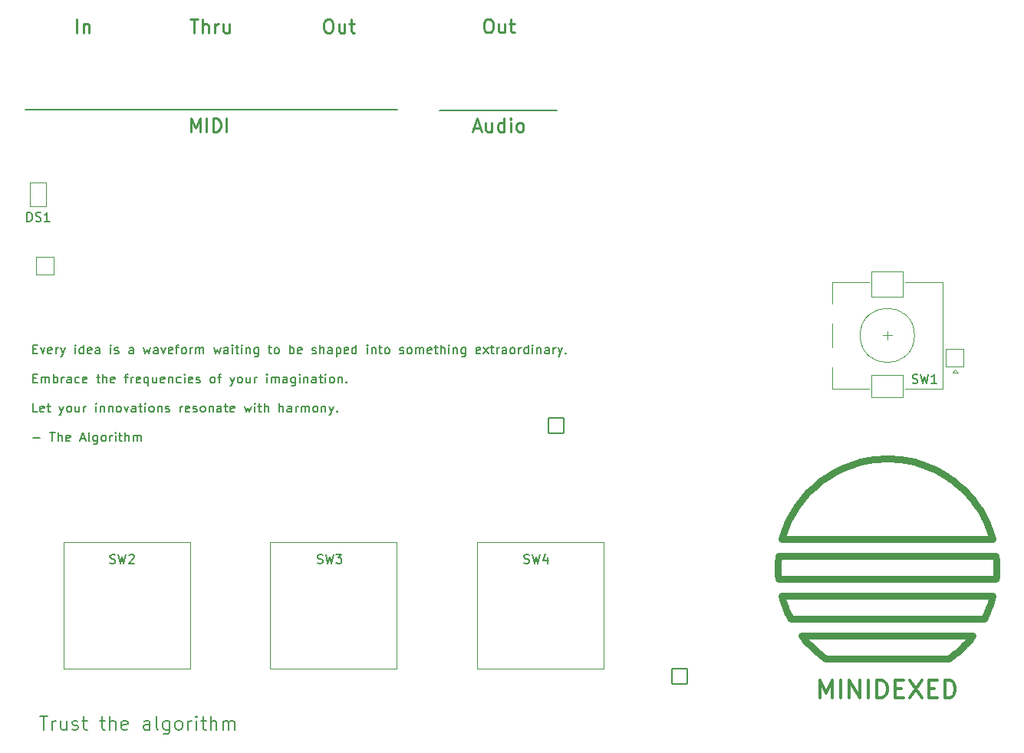
<source format=gto>
G04 #@! TF.GenerationSoftware,KiCad,Pcbnew,6.0.11*
G04 #@! TF.CreationDate,2024-07-27T16:02:47-05:00*
G04 #@! TF.ProjectId,minidexed,6d696e69-6465-4786-9564-2e6b69636164,rev?*
G04 #@! TF.SameCoordinates,Original*
G04 #@! TF.FileFunction,Legend,Top*
G04 #@! TF.FilePolarity,Positive*
%FSLAX46Y46*%
G04 Gerber Fmt 4.6, Leading zero omitted, Abs format (unit mm)*
G04 Created by KiCad (PCBNEW 6.0.11) date 2024-07-27 16:02:47*
%MOMM*%
%LPD*%
G01*
G04 APERTURE LIST*
G04 Aperture macros list*
%AMRoundRect*
0 Rectangle with rounded corners*
0 $1 Rounding radius*
0 $2 $3 $4 $5 $6 $7 $8 $9 X,Y pos of 4 corners*
0 Add a 4 corners polygon primitive as box body*
4,1,4,$2,$3,$4,$5,$6,$7,$8,$9,$2,$3,0*
0 Add four circle primitives for the rounded corners*
1,1,$1+$1,$2,$3*
1,1,$1+$1,$4,$5*
1,1,$1+$1,$6,$7*
1,1,$1+$1,$8,$9*
0 Add four rect primitives between the rounded corners*
20,1,$1+$1,$2,$3,$4,$5,0*
20,1,$1+$1,$4,$5,$6,$7,0*
20,1,$1+$1,$6,$7,$8,$9,0*
20,1,$1+$1,$8,$9,$2,$3,0*%
G04 Aperture macros list end*
%ADD10C,0.150000*%
%ADD11C,0.749998*%
%ADD12C,0.250000*%
%ADD13C,0.200000*%
%ADD14C,0.300000*%
%ADD15C,0.120000*%
%ADD16C,2.800000*%
%ADD17C,1.800000*%
%ADD18C,4.100000*%
%ADD19C,2.300000*%
%ADD20C,3.100000*%
%ADD21RoundRect,0.050000X-0.900000X-1.300000X0.900000X-1.300000X0.900000X1.300000X-0.900000X1.300000X0*%
%ADD22O,1.900000X2.700000*%
%ADD23RoundRect,0.050000X1.000000X1.000000X-1.000000X1.000000X-1.000000X-1.000000X1.000000X-1.000000X0*%
%ADD24C,2.100000*%
%ADD25RoundRect,0.050000X1.750000X1.250000X-1.750000X1.250000X-1.750000X-1.250000X1.750000X-1.250000X0*%
%ADD26RoundRect,0.050000X1.750000X1.400000X-1.750000X1.400000X-1.750000X-1.400000X1.750000X-1.400000X0*%
%ADD27RoundRect,0.050000X0.850000X0.850000X-0.850000X0.850000X-0.850000X-0.850000X0.850000X-0.850000X0*%
%ADD28O,1.800000X1.800000*%
%ADD29RoundRect,0.050000X-0.850000X0.850000X-0.850000X-0.850000X0.850000X-0.850000X0.850000X0.850000X0*%
G04 APERTURE END LIST*
D10*
X102575595Y-95878571D02*
X102908928Y-95878571D01*
X103051785Y-96402380D02*
X102575595Y-96402380D01*
X102575595Y-95402380D01*
X103051785Y-95402380D01*
X103385119Y-95735714D02*
X103623214Y-96402380D01*
X103861309Y-95735714D01*
X104623214Y-96354761D02*
X104527976Y-96402380D01*
X104337500Y-96402380D01*
X104242261Y-96354761D01*
X104194642Y-96259523D01*
X104194642Y-95878571D01*
X104242261Y-95783333D01*
X104337500Y-95735714D01*
X104527976Y-95735714D01*
X104623214Y-95783333D01*
X104670833Y-95878571D01*
X104670833Y-95973809D01*
X104194642Y-96069047D01*
X105099404Y-96402380D02*
X105099404Y-95735714D01*
X105099404Y-95926190D02*
X105147023Y-95830952D01*
X105194642Y-95783333D01*
X105289880Y-95735714D01*
X105385119Y-95735714D01*
X105623214Y-95735714D02*
X105861309Y-96402380D01*
X106099404Y-95735714D02*
X105861309Y-96402380D01*
X105766071Y-96640476D01*
X105718452Y-96688095D01*
X105623214Y-96735714D01*
X107242261Y-96402380D02*
X107242261Y-95735714D01*
X107242261Y-95402380D02*
X107194642Y-95450000D01*
X107242261Y-95497619D01*
X107289880Y-95450000D01*
X107242261Y-95402380D01*
X107242261Y-95497619D01*
X108147023Y-96402380D02*
X108147023Y-95402380D01*
X108147023Y-96354761D02*
X108051785Y-96402380D01*
X107861309Y-96402380D01*
X107766071Y-96354761D01*
X107718452Y-96307142D01*
X107670833Y-96211904D01*
X107670833Y-95926190D01*
X107718452Y-95830952D01*
X107766071Y-95783333D01*
X107861309Y-95735714D01*
X108051785Y-95735714D01*
X108147023Y-95783333D01*
X109004166Y-96354761D02*
X108908928Y-96402380D01*
X108718452Y-96402380D01*
X108623214Y-96354761D01*
X108575595Y-96259523D01*
X108575595Y-95878571D01*
X108623214Y-95783333D01*
X108718452Y-95735714D01*
X108908928Y-95735714D01*
X109004166Y-95783333D01*
X109051785Y-95878571D01*
X109051785Y-95973809D01*
X108575595Y-96069047D01*
X109908928Y-96402380D02*
X109908928Y-95878571D01*
X109861309Y-95783333D01*
X109766071Y-95735714D01*
X109575595Y-95735714D01*
X109480357Y-95783333D01*
X109908928Y-96354761D02*
X109813690Y-96402380D01*
X109575595Y-96402380D01*
X109480357Y-96354761D01*
X109432738Y-96259523D01*
X109432738Y-96164285D01*
X109480357Y-96069047D01*
X109575595Y-96021428D01*
X109813690Y-96021428D01*
X109908928Y-95973809D01*
X111147023Y-96402380D02*
X111147023Y-95735714D01*
X111147023Y-95402380D02*
X111099404Y-95450000D01*
X111147023Y-95497619D01*
X111194642Y-95450000D01*
X111147023Y-95402380D01*
X111147023Y-95497619D01*
X111575595Y-96354761D02*
X111670833Y-96402380D01*
X111861309Y-96402380D01*
X111956547Y-96354761D01*
X112004166Y-96259523D01*
X112004166Y-96211904D01*
X111956547Y-96116666D01*
X111861309Y-96069047D01*
X111718452Y-96069047D01*
X111623214Y-96021428D01*
X111575595Y-95926190D01*
X111575595Y-95878571D01*
X111623214Y-95783333D01*
X111718452Y-95735714D01*
X111861309Y-95735714D01*
X111956547Y-95783333D01*
X113623214Y-96402380D02*
X113623214Y-95878571D01*
X113575595Y-95783333D01*
X113480357Y-95735714D01*
X113289880Y-95735714D01*
X113194642Y-95783333D01*
X113623214Y-96354761D02*
X113527976Y-96402380D01*
X113289880Y-96402380D01*
X113194642Y-96354761D01*
X113147023Y-96259523D01*
X113147023Y-96164285D01*
X113194642Y-96069047D01*
X113289880Y-96021428D01*
X113527976Y-96021428D01*
X113623214Y-95973809D01*
X114766071Y-95735714D02*
X114956547Y-96402380D01*
X115147023Y-95926190D01*
X115337500Y-96402380D01*
X115527976Y-95735714D01*
X116337500Y-96402380D02*
X116337500Y-95878571D01*
X116289880Y-95783333D01*
X116194642Y-95735714D01*
X116004166Y-95735714D01*
X115908928Y-95783333D01*
X116337500Y-96354761D02*
X116242261Y-96402380D01*
X116004166Y-96402380D01*
X115908928Y-96354761D01*
X115861309Y-96259523D01*
X115861309Y-96164285D01*
X115908928Y-96069047D01*
X116004166Y-96021428D01*
X116242261Y-96021428D01*
X116337500Y-95973809D01*
X116718452Y-95735714D02*
X116956547Y-96402380D01*
X117194642Y-95735714D01*
X117956547Y-96354761D02*
X117861309Y-96402380D01*
X117670833Y-96402380D01*
X117575595Y-96354761D01*
X117527976Y-96259523D01*
X117527976Y-95878571D01*
X117575595Y-95783333D01*
X117670833Y-95735714D01*
X117861309Y-95735714D01*
X117956547Y-95783333D01*
X118004166Y-95878571D01*
X118004166Y-95973809D01*
X117527976Y-96069047D01*
X118289880Y-95735714D02*
X118670833Y-95735714D01*
X118432738Y-96402380D02*
X118432738Y-95545238D01*
X118480357Y-95450000D01*
X118575595Y-95402380D01*
X118670833Y-95402380D01*
X119147023Y-96402380D02*
X119051785Y-96354761D01*
X119004166Y-96307142D01*
X118956547Y-96211904D01*
X118956547Y-95926190D01*
X119004166Y-95830952D01*
X119051785Y-95783333D01*
X119147023Y-95735714D01*
X119289880Y-95735714D01*
X119385119Y-95783333D01*
X119432738Y-95830952D01*
X119480357Y-95926190D01*
X119480357Y-96211904D01*
X119432738Y-96307142D01*
X119385119Y-96354761D01*
X119289880Y-96402380D01*
X119147023Y-96402380D01*
X119908928Y-96402380D02*
X119908928Y-95735714D01*
X119908928Y-95926190D02*
X119956547Y-95830952D01*
X120004166Y-95783333D01*
X120099404Y-95735714D01*
X120194642Y-95735714D01*
X120527976Y-96402380D02*
X120527976Y-95735714D01*
X120527976Y-95830952D02*
X120575595Y-95783333D01*
X120670833Y-95735714D01*
X120813690Y-95735714D01*
X120908928Y-95783333D01*
X120956547Y-95878571D01*
X120956547Y-96402380D01*
X120956547Y-95878571D02*
X121004166Y-95783333D01*
X121099404Y-95735714D01*
X121242261Y-95735714D01*
X121337500Y-95783333D01*
X121385119Y-95878571D01*
X121385119Y-96402380D01*
X122527976Y-95735714D02*
X122718452Y-96402380D01*
X122908928Y-95926190D01*
X123099404Y-96402380D01*
X123289880Y-95735714D01*
X124099404Y-96402380D02*
X124099404Y-95878571D01*
X124051785Y-95783333D01*
X123956547Y-95735714D01*
X123766071Y-95735714D01*
X123670833Y-95783333D01*
X124099404Y-96354761D02*
X124004166Y-96402380D01*
X123766071Y-96402380D01*
X123670833Y-96354761D01*
X123623214Y-96259523D01*
X123623214Y-96164285D01*
X123670833Y-96069047D01*
X123766071Y-96021428D01*
X124004166Y-96021428D01*
X124099404Y-95973809D01*
X124575595Y-96402380D02*
X124575595Y-95735714D01*
X124575595Y-95402380D02*
X124527976Y-95450000D01*
X124575595Y-95497619D01*
X124623214Y-95450000D01*
X124575595Y-95402380D01*
X124575595Y-95497619D01*
X124908928Y-95735714D02*
X125289880Y-95735714D01*
X125051785Y-95402380D02*
X125051785Y-96259523D01*
X125099404Y-96354761D01*
X125194642Y-96402380D01*
X125289880Y-96402380D01*
X125623214Y-96402380D02*
X125623214Y-95735714D01*
X125623214Y-95402380D02*
X125575595Y-95450000D01*
X125623214Y-95497619D01*
X125670833Y-95450000D01*
X125623214Y-95402380D01*
X125623214Y-95497619D01*
X126099404Y-95735714D02*
X126099404Y-96402380D01*
X126099404Y-95830952D02*
X126147023Y-95783333D01*
X126242261Y-95735714D01*
X126385119Y-95735714D01*
X126480357Y-95783333D01*
X126527976Y-95878571D01*
X126527976Y-96402380D01*
X127432738Y-95735714D02*
X127432738Y-96545238D01*
X127385119Y-96640476D01*
X127337500Y-96688095D01*
X127242261Y-96735714D01*
X127099404Y-96735714D01*
X127004166Y-96688095D01*
X127432738Y-96354761D02*
X127337500Y-96402380D01*
X127147023Y-96402380D01*
X127051785Y-96354761D01*
X127004166Y-96307142D01*
X126956547Y-96211904D01*
X126956547Y-95926190D01*
X127004166Y-95830952D01*
X127051785Y-95783333D01*
X127147023Y-95735714D01*
X127337500Y-95735714D01*
X127432738Y-95783333D01*
X128527976Y-95735714D02*
X128908928Y-95735714D01*
X128670833Y-95402380D02*
X128670833Y-96259523D01*
X128718452Y-96354761D01*
X128813690Y-96402380D01*
X128908928Y-96402380D01*
X129385119Y-96402380D02*
X129289880Y-96354761D01*
X129242261Y-96307142D01*
X129194642Y-96211904D01*
X129194642Y-95926190D01*
X129242261Y-95830952D01*
X129289880Y-95783333D01*
X129385119Y-95735714D01*
X129527976Y-95735714D01*
X129623214Y-95783333D01*
X129670833Y-95830952D01*
X129718452Y-95926190D01*
X129718452Y-96211904D01*
X129670833Y-96307142D01*
X129623214Y-96354761D01*
X129527976Y-96402380D01*
X129385119Y-96402380D01*
X130908928Y-96402380D02*
X130908928Y-95402380D01*
X130908928Y-95783333D02*
X131004166Y-95735714D01*
X131194642Y-95735714D01*
X131289880Y-95783333D01*
X131337499Y-95830952D01*
X131385119Y-95926190D01*
X131385119Y-96211904D01*
X131337499Y-96307142D01*
X131289880Y-96354761D01*
X131194642Y-96402380D01*
X131004166Y-96402380D01*
X130908928Y-96354761D01*
X132194642Y-96354761D02*
X132099404Y-96402380D01*
X131908928Y-96402380D01*
X131813690Y-96354761D01*
X131766071Y-96259523D01*
X131766071Y-95878571D01*
X131813690Y-95783333D01*
X131908928Y-95735714D01*
X132099404Y-95735714D01*
X132194642Y-95783333D01*
X132242261Y-95878571D01*
X132242261Y-95973809D01*
X131766071Y-96069047D01*
X133385119Y-96354761D02*
X133480357Y-96402380D01*
X133670833Y-96402380D01*
X133766071Y-96354761D01*
X133813690Y-96259523D01*
X133813690Y-96211904D01*
X133766071Y-96116666D01*
X133670833Y-96069047D01*
X133527976Y-96069047D01*
X133432738Y-96021428D01*
X133385119Y-95926190D01*
X133385119Y-95878571D01*
X133432738Y-95783333D01*
X133527976Y-95735714D01*
X133670833Y-95735714D01*
X133766071Y-95783333D01*
X134242261Y-96402380D02*
X134242261Y-95402380D01*
X134670833Y-96402380D02*
X134670833Y-95878571D01*
X134623214Y-95783333D01*
X134527976Y-95735714D01*
X134385119Y-95735714D01*
X134289880Y-95783333D01*
X134242261Y-95830952D01*
X135575595Y-96402380D02*
X135575595Y-95878571D01*
X135527976Y-95783333D01*
X135432738Y-95735714D01*
X135242261Y-95735714D01*
X135147023Y-95783333D01*
X135575595Y-96354761D02*
X135480357Y-96402380D01*
X135242261Y-96402380D01*
X135147023Y-96354761D01*
X135099404Y-96259523D01*
X135099404Y-96164285D01*
X135147023Y-96069047D01*
X135242261Y-96021428D01*
X135480357Y-96021428D01*
X135575595Y-95973809D01*
X136051785Y-95735714D02*
X136051785Y-96735714D01*
X136051785Y-95783333D02*
X136147023Y-95735714D01*
X136337500Y-95735714D01*
X136432738Y-95783333D01*
X136480357Y-95830952D01*
X136527976Y-95926190D01*
X136527976Y-96211904D01*
X136480357Y-96307142D01*
X136432738Y-96354761D01*
X136337500Y-96402380D01*
X136147023Y-96402380D01*
X136051785Y-96354761D01*
X137337500Y-96354761D02*
X137242261Y-96402380D01*
X137051785Y-96402380D01*
X136956547Y-96354761D01*
X136908928Y-96259523D01*
X136908928Y-95878571D01*
X136956547Y-95783333D01*
X137051785Y-95735714D01*
X137242261Y-95735714D01*
X137337500Y-95783333D01*
X137385119Y-95878571D01*
X137385119Y-95973809D01*
X136908928Y-96069047D01*
X138242261Y-96402380D02*
X138242261Y-95402380D01*
X138242261Y-96354761D02*
X138147023Y-96402380D01*
X137956547Y-96402380D01*
X137861309Y-96354761D01*
X137813690Y-96307142D01*
X137766071Y-96211904D01*
X137766071Y-95926190D01*
X137813690Y-95830952D01*
X137861309Y-95783333D01*
X137956547Y-95735714D01*
X138147023Y-95735714D01*
X138242261Y-95783333D01*
X139480357Y-96402380D02*
X139480357Y-95735714D01*
X139480357Y-95402380D02*
X139432738Y-95450000D01*
X139480357Y-95497619D01*
X139527976Y-95450000D01*
X139480357Y-95402380D01*
X139480357Y-95497619D01*
X139956547Y-95735714D02*
X139956547Y-96402380D01*
X139956547Y-95830952D02*
X140004166Y-95783333D01*
X140099404Y-95735714D01*
X140242261Y-95735714D01*
X140337500Y-95783333D01*
X140385119Y-95878571D01*
X140385119Y-96402380D01*
X140718452Y-95735714D02*
X141099404Y-95735714D01*
X140861309Y-95402380D02*
X140861309Y-96259523D01*
X140908928Y-96354761D01*
X141004166Y-96402380D01*
X141099404Y-96402380D01*
X141575595Y-96402380D02*
X141480357Y-96354761D01*
X141432738Y-96307142D01*
X141385119Y-96211904D01*
X141385119Y-95926190D01*
X141432738Y-95830952D01*
X141480357Y-95783333D01*
X141575595Y-95735714D01*
X141718452Y-95735714D01*
X141813690Y-95783333D01*
X141861309Y-95830952D01*
X141908928Y-95926190D01*
X141908928Y-96211904D01*
X141861309Y-96307142D01*
X141813690Y-96354761D01*
X141718452Y-96402380D01*
X141575595Y-96402380D01*
X143051785Y-96354761D02*
X143147023Y-96402380D01*
X143337500Y-96402380D01*
X143432738Y-96354761D01*
X143480357Y-96259523D01*
X143480357Y-96211904D01*
X143432738Y-96116666D01*
X143337500Y-96069047D01*
X143194642Y-96069047D01*
X143099404Y-96021428D01*
X143051785Y-95926190D01*
X143051785Y-95878571D01*
X143099404Y-95783333D01*
X143194642Y-95735714D01*
X143337500Y-95735714D01*
X143432738Y-95783333D01*
X144051785Y-96402380D02*
X143956547Y-96354761D01*
X143908928Y-96307142D01*
X143861309Y-96211904D01*
X143861309Y-95926190D01*
X143908928Y-95830952D01*
X143956547Y-95783333D01*
X144051785Y-95735714D01*
X144194642Y-95735714D01*
X144289880Y-95783333D01*
X144337499Y-95830952D01*
X144385119Y-95926190D01*
X144385119Y-96211904D01*
X144337499Y-96307142D01*
X144289880Y-96354761D01*
X144194642Y-96402380D01*
X144051785Y-96402380D01*
X144813690Y-96402380D02*
X144813690Y-95735714D01*
X144813690Y-95830952D02*
X144861309Y-95783333D01*
X144956547Y-95735714D01*
X145099404Y-95735714D01*
X145194642Y-95783333D01*
X145242261Y-95878571D01*
X145242261Y-96402380D01*
X145242261Y-95878571D02*
X145289880Y-95783333D01*
X145385119Y-95735714D01*
X145527976Y-95735714D01*
X145623214Y-95783333D01*
X145670833Y-95878571D01*
X145670833Y-96402380D01*
X146527976Y-96354761D02*
X146432738Y-96402380D01*
X146242261Y-96402380D01*
X146147023Y-96354761D01*
X146099404Y-96259523D01*
X146099404Y-95878571D01*
X146147023Y-95783333D01*
X146242261Y-95735714D01*
X146432738Y-95735714D01*
X146527976Y-95783333D01*
X146575595Y-95878571D01*
X146575595Y-95973809D01*
X146099404Y-96069047D01*
X146861309Y-95735714D02*
X147242261Y-95735714D01*
X147004166Y-95402380D02*
X147004166Y-96259523D01*
X147051785Y-96354761D01*
X147147023Y-96402380D01*
X147242261Y-96402380D01*
X147575595Y-96402380D02*
X147575595Y-95402380D01*
X148004166Y-96402380D02*
X148004166Y-95878571D01*
X147956547Y-95783333D01*
X147861309Y-95735714D01*
X147718452Y-95735714D01*
X147623214Y-95783333D01*
X147575595Y-95830952D01*
X148480357Y-96402380D02*
X148480357Y-95735714D01*
X148480357Y-95402380D02*
X148432738Y-95450000D01*
X148480357Y-95497619D01*
X148527976Y-95450000D01*
X148480357Y-95402380D01*
X148480357Y-95497619D01*
X148956547Y-95735714D02*
X148956547Y-96402380D01*
X148956547Y-95830952D02*
X149004166Y-95783333D01*
X149099404Y-95735714D01*
X149242261Y-95735714D01*
X149337500Y-95783333D01*
X149385119Y-95878571D01*
X149385119Y-96402380D01*
X150289880Y-95735714D02*
X150289880Y-96545238D01*
X150242261Y-96640476D01*
X150194642Y-96688095D01*
X150099404Y-96735714D01*
X149956547Y-96735714D01*
X149861309Y-96688095D01*
X150289880Y-96354761D02*
X150194642Y-96402380D01*
X150004166Y-96402380D01*
X149908928Y-96354761D01*
X149861309Y-96307142D01*
X149813690Y-96211904D01*
X149813690Y-95926190D01*
X149861309Y-95830952D01*
X149908928Y-95783333D01*
X150004166Y-95735714D01*
X150194642Y-95735714D01*
X150289880Y-95783333D01*
X151908928Y-96354761D02*
X151813690Y-96402380D01*
X151623214Y-96402380D01*
X151527976Y-96354761D01*
X151480357Y-96259523D01*
X151480357Y-95878571D01*
X151527976Y-95783333D01*
X151623214Y-95735714D01*
X151813690Y-95735714D01*
X151908928Y-95783333D01*
X151956547Y-95878571D01*
X151956547Y-95973809D01*
X151480357Y-96069047D01*
X152289880Y-96402380D02*
X152813690Y-95735714D01*
X152289880Y-95735714D02*
X152813690Y-96402380D01*
X153051785Y-95735714D02*
X153432738Y-95735714D01*
X153194642Y-95402380D02*
X153194642Y-96259523D01*
X153242261Y-96354761D01*
X153337499Y-96402380D01*
X153432738Y-96402380D01*
X153766071Y-96402380D02*
X153766071Y-95735714D01*
X153766071Y-95926190D02*
X153813690Y-95830952D01*
X153861309Y-95783333D01*
X153956547Y-95735714D01*
X154051785Y-95735714D01*
X154813690Y-96402380D02*
X154813690Y-95878571D01*
X154766071Y-95783333D01*
X154670833Y-95735714D01*
X154480357Y-95735714D01*
X154385119Y-95783333D01*
X154813690Y-96354761D02*
X154718452Y-96402380D01*
X154480357Y-96402380D01*
X154385119Y-96354761D01*
X154337500Y-96259523D01*
X154337500Y-96164285D01*
X154385119Y-96069047D01*
X154480357Y-96021428D01*
X154718452Y-96021428D01*
X154813690Y-95973809D01*
X155432738Y-96402380D02*
X155337499Y-96354761D01*
X155289880Y-96307142D01*
X155242261Y-96211904D01*
X155242261Y-95926190D01*
X155289880Y-95830952D01*
X155337499Y-95783333D01*
X155432738Y-95735714D01*
X155575595Y-95735714D01*
X155670833Y-95783333D01*
X155718452Y-95830952D01*
X155766071Y-95926190D01*
X155766071Y-96211904D01*
X155718452Y-96307142D01*
X155670833Y-96354761D01*
X155575595Y-96402380D01*
X155432738Y-96402380D01*
X156194642Y-96402380D02*
X156194642Y-95735714D01*
X156194642Y-95926190D02*
X156242261Y-95830952D01*
X156289880Y-95783333D01*
X156385119Y-95735714D01*
X156480357Y-95735714D01*
X157242261Y-96402380D02*
X157242261Y-95402380D01*
X157242261Y-96354761D02*
X157147023Y-96402380D01*
X156956547Y-96402380D01*
X156861309Y-96354761D01*
X156813690Y-96307142D01*
X156766071Y-96211904D01*
X156766071Y-95926190D01*
X156813690Y-95830952D01*
X156861309Y-95783333D01*
X156956547Y-95735714D01*
X157147023Y-95735714D01*
X157242261Y-95783333D01*
X157718452Y-96402380D02*
X157718452Y-95735714D01*
X157718452Y-95402380D02*
X157670833Y-95450000D01*
X157718452Y-95497619D01*
X157766071Y-95450000D01*
X157718452Y-95402380D01*
X157718452Y-95497619D01*
X158194642Y-95735714D02*
X158194642Y-96402380D01*
X158194642Y-95830952D02*
X158242261Y-95783333D01*
X158337499Y-95735714D01*
X158480357Y-95735714D01*
X158575595Y-95783333D01*
X158623214Y-95878571D01*
X158623214Y-96402380D01*
X159527976Y-96402380D02*
X159527976Y-95878571D01*
X159480357Y-95783333D01*
X159385119Y-95735714D01*
X159194642Y-95735714D01*
X159099404Y-95783333D01*
X159527976Y-96354761D02*
X159432738Y-96402380D01*
X159194642Y-96402380D01*
X159099404Y-96354761D01*
X159051785Y-96259523D01*
X159051785Y-96164285D01*
X159099404Y-96069047D01*
X159194642Y-96021428D01*
X159432738Y-96021428D01*
X159527976Y-95973809D01*
X160004166Y-96402380D02*
X160004166Y-95735714D01*
X160004166Y-95926190D02*
X160051785Y-95830952D01*
X160099404Y-95783333D01*
X160194642Y-95735714D01*
X160289880Y-95735714D01*
X160527976Y-95735714D02*
X160766071Y-96402380D01*
X161004166Y-95735714D02*
X160766071Y-96402380D01*
X160670833Y-96640476D01*
X160623214Y-96688095D01*
X160527976Y-96735714D01*
X161385119Y-96307142D02*
X161432738Y-96354761D01*
X161385119Y-96402380D01*
X161337499Y-96354761D01*
X161385119Y-96307142D01*
X161385119Y-96402380D01*
X102575595Y-99098571D02*
X102908928Y-99098571D01*
X103051785Y-99622380D02*
X102575595Y-99622380D01*
X102575595Y-98622380D01*
X103051785Y-98622380D01*
X103480357Y-99622380D02*
X103480357Y-98955714D01*
X103480357Y-99050952D02*
X103527976Y-99003333D01*
X103623214Y-98955714D01*
X103766071Y-98955714D01*
X103861309Y-99003333D01*
X103908928Y-99098571D01*
X103908928Y-99622380D01*
X103908928Y-99098571D02*
X103956547Y-99003333D01*
X104051785Y-98955714D01*
X104194642Y-98955714D01*
X104289880Y-99003333D01*
X104337500Y-99098571D01*
X104337500Y-99622380D01*
X104813690Y-99622380D02*
X104813690Y-98622380D01*
X104813690Y-99003333D02*
X104908928Y-98955714D01*
X105099404Y-98955714D01*
X105194642Y-99003333D01*
X105242261Y-99050952D01*
X105289880Y-99146190D01*
X105289880Y-99431904D01*
X105242261Y-99527142D01*
X105194642Y-99574761D01*
X105099404Y-99622380D01*
X104908928Y-99622380D01*
X104813690Y-99574761D01*
X105718452Y-99622380D02*
X105718452Y-98955714D01*
X105718452Y-99146190D02*
X105766071Y-99050952D01*
X105813690Y-99003333D01*
X105908928Y-98955714D01*
X106004166Y-98955714D01*
X106766071Y-99622380D02*
X106766071Y-99098571D01*
X106718452Y-99003333D01*
X106623214Y-98955714D01*
X106432738Y-98955714D01*
X106337500Y-99003333D01*
X106766071Y-99574761D02*
X106670833Y-99622380D01*
X106432738Y-99622380D01*
X106337500Y-99574761D01*
X106289880Y-99479523D01*
X106289880Y-99384285D01*
X106337500Y-99289047D01*
X106432738Y-99241428D01*
X106670833Y-99241428D01*
X106766071Y-99193809D01*
X107670833Y-99574761D02*
X107575595Y-99622380D01*
X107385119Y-99622380D01*
X107289880Y-99574761D01*
X107242261Y-99527142D01*
X107194642Y-99431904D01*
X107194642Y-99146190D01*
X107242261Y-99050952D01*
X107289880Y-99003333D01*
X107385119Y-98955714D01*
X107575595Y-98955714D01*
X107670833Y-99003333D01*
X108480357Y-99574761D02*
X108385119Y-99622380D01*
X108194642Y-99622380D01*
X108099404Y-99574761D01*
X108051785Y-99479523D01*
X108051785Y-99098571D01*
X108099404Y-99003333D01*
X108194642Y-98955714D01*
X108385119Y-98955714D01*
X108480357Y-99003333D01*
X108527976Y-99098571D01*
X108527976Y-99193809D01*
X108051785Y-99289047D01*
X109575595Y-98955714D02*
X109956547Y-98955714D01*
X109718452Y-98622380D02*
X109718452Y-99479523D01*
X109766071Y-99574761D01*
X109861309Y-99622380D01*
X109956547Y-99622380D01*
X110289880Y-99622380D02*
X110289880Y-98622380D01*
X110718452Y-99622380D02*
X110718452Y-99098571D01*
X110670833Y-99003333D01*
X110575595Y-98955714D01*
X110432738Y-98955714D01*
X110337500Y-99003333D01*
X110289880Y-99050952D01*
X111575595Y-99574761D02*
X111480357Y-99622380D01*
X111289880Y-99622380D01*
X111194642Y-99574761D01*
X111147023Y-99479523D01*
X111147023Y-99098571D01*
X111194642Y-99003333D01*
X111289880Y-98955714D01*
X111480357Y-98955714D01*
X111575595Y-99003333D01*
X111623214Y-99098571D01*
X111623214Y-99193809D01*
X111147023Y-99289047D01*
X112670833Y-98955714D02*
X113051785Y-98955714D01*
X112813690Y-99622380D02*
X112813690Y-98765238D01*
X112861309Y-98670000D01*
X112956547Y-98622380D01*
X113051785Y-98622380D01*
X113385119Y-99622380D02*
X113385119Y-98955714D01*
X113385119Y-99146190D02*
X113432738Y-99050952D01*
X113480357Y-99003333D01*
X113575595Y-98955714D01*
X113670833Y-98955714D01*
X114385119Y-99574761D02*
X114289880Y-99622380D01*
X114099404Y-99622380D01*
X114004166Y-99574761D01*
X113956547Y-99479523D01*
X113956547Y-99098571D01*
X114004166Y-99003333D01*
X114099404Y-98955714D01*
X114289880Y-98955714D01*
X114385119Y-99003333D01*
X114432738Y-99098571D01*
X114432738Y-99193809D01*
X113956547Y-99289047D01*
X115289880Y-98955714D02*
X115289880Y-99955714D01*
X115289880Y-99574761D02*
X115194642Y-99622380D01*
X115004166Y-99622380D01*
X114908928Y-99574761D01*
X114861309Y-99527142D01*
X114813690Y-99431904D01*
X114813690Y-99146190D01*
X114861309Y-99050952D01*
X114908928Y-99003333D01*
X115004166Y-98955714D01*
X115194642Y-98955714D01*
X115289880Y-99003333D01*
X116194642Y-98955714D02*
X116194642Y-99622380D01*
X115766071Y-98955714D02*
X115766071Y-99479523D01*
X115813690Y-99574761D01*
X115908928Y-99622380D01*
X116051785Y-99622380D01*
X116147023Y-99574761D01*
X116194642Y-99527142D01*
X117051785Y-99574761D02*
X116956547Y-99622380D01*
X116766071Y-99622380D01*
X116670833Y-99574761D01*
X116623214Y-99479523D01*
X116623214Y-99098571D01*
X116670833Y-99003333D01*
X116766071Y-98955714D01*
X116956547Y-98955714D01*
X117051785Y-99003333D01*
X117099404Y-99098571D01*
X117099404Y-99193809D01*
X116623214Y-99289047D01*
X117527976Y-98955714D02*
X117527976Y-99622380D01*
X117527976Y-99050952D02*
X117575595Y-99003333D01*
X117670833Y-98955714D01*
X117813690Y-98955714D01*
X117908928Y-99003333D01*
X117956547Y-99098571D01*
X117956547Y-99622380D01*
X118861309Y-99574761D02*
X118766071Y-99622380D01*
X118575595Y-99622380D01*
X118480357Y-99574761D01*
X118432738Y-99527142D01*
X118385119Y-99431904D01*
X118385119Y-99146190D01*
X118432738Y-99050952D01*
X118480357Y-99003333D01*
X118575595Y-98955714D01*
X118766071Y-98955714D01*
X118861309Y-99003333D01*
X119289880Y-99622380D02*
X119289880Y-98955714D01*
X119289880Y-98622380D02*
X119242261Y-98670000D01*
X119289880Y-98717619D01*
X119337500Y-98670000D01*
X119289880Y-98622380D01*
X119289880Y-98717619D01*
X120147023Y-99574761D02*
X120051785Y-99622380D01*
X119861309Y-99622380D01*
X119766071Y-99574761D01*
X119718452Y-99479523D01*
X119718452Y-99098571D01*
X119766071Y-99003333D01*
X119861309Y-98955714D01*
X120051785Y-98955714D01*
X120147023Y-99003333D01*
X120194642Y-99098571D01*
X120194642Y-99193809D01*
X119718452Y-99289047D01*
X120575595Y-99574761D02*
X120670833Y-99622380D01*
X120861309Y-99622380D01*
X120956547Y-99574761D01*
X121004166Y-99479523D01*
X121004166Y-99431904D01*
X120956547Y-99336666D01*
X120861309Y-99289047D01*
X120718452Y-99289047D01*
X120623214Y-99241428D01*
X120575595Y-99146190D01*
X120575595Y-99098571D01*
X120623214Y-99003333D01*
X120718452Y-98955714D01*
X120861309Y-98955714D01*
X120956547Y-99003333D01*
X122337500Y-99622380D02*
X122242261Y-99574761D01*
X122194642Y-99527142D01*
X122147023Y-99431904D01*
X122147023Y-99146190D01*
X122194642Y-99050952D01*
X122242261Y-99003333D01*
X122337500Y-98955714D01*
X122480357Y-98955714D01*
X122575595Y-99003333D01*
X122623214Y-99050952D01*
X122670833Y-99146190D01*
X122670833Y-99431904D01*
X122623214Y-99527142D01*
X122575595Y-99574761D01*
X122480357Y-99622380D01*
X122337500Y-99622380D01*
X122956547Y-98955714D02*
X123337500Y-98955714D01*
X123099404Y-99622380D02*
X123099404Y-98765238D01*
X123147023Y-98670000D01*
X123242261Y-98622380D01*
X123337500Y-98622380D01*
X124337500Y-98955714D02*
X124575595Y-99622380D01*
X124813690Y-98955714D02*
X124575595Y-99622380D01*
X124480357Y-99860476D01*
X124432738Y-99908095D01*
X124337500Y-99955714D01*
X125337500Y-99622380D02*
X125242261Y-99574761D01*
X125194642Y-99527142D01*
X125147023Y-99431904D01*
X125147023Y-99146190D01*
X125194642Y-99050952D01*
X125242261Y-99003333D01*
X125337500Y-98955714D01*
X125480357Y-98955714D01*
X125575595Y-99003333D01*
X125623214Y-99050952D01*
X125670833Y-99146190D01*
X125670833Y-99431904D01*
X125623214Y-99527142D01*
X125575595Y-99574761D01*
X125480357Y-99622380D01*
X125337500Y-99622380D01*
X126527976Y-98955714D02*
X126527976Y-99622380D01*
X126099404Y-98955714D02*
X126099404Y-99479523D01*
X126147023Y-99574761D01*
X126242261Y-99622380D01*
X126385119Y-99622380D01*
X126480357Y-99574761D01*
X126527976Y-99527142D01*
X127004166Y-99622380D02*
X127004166Y-98955714D01*
X127004166Y-99146190D02*
X127051785Y-99050952D01*
X127099404Y-99003333D01*
X127194642Y-98955714D01*
X127289880Y-98955714D01*
X128385119Y-99622380D02*
X128385119Y-98955714D01*
X128385119Y-98622380D02*
X128337499Y-98670000D01*
X128385119Y-98717619D01*
X128432738Y-98670000D01*
X128385119Y-98622380D01*
X128385119Y-98717619D01*
X128861309Y-99622380D02*
X128861309Y-98955714D01*
X128861309Y-99050952D02*
X128908928Y-99003333D01*
X129004166Y-98955714D01*
X129147023Y-98955714D01*
X129242261Y-99003333D01*
X129289880Y-99098571D01*
X129289880Y-99622380D01*
X129289880Y-99098571D02*
X129337499Y-99003333D01*
X129432738Y-98955714D01*
X129575595Y-98955714D01*
X129670833Y-99003333D01*
X129718452Y-99098571D01*
X129718452Y-99622380D01*
X130623214Y-99622380D02*
X130623214Y-99098571D01*
X130575595Y-99003333D01*
X130480357Y-98955714D01*
X130289880Y-98955714D01*
X130194642Y-99003333D01*
X130623214Y-99574761D02*
X130527976Y-99622380D01*
X130289880Y-99622380D01*
X130194642Y-99574761D01*
X130147023Y-99479523D01*
X130147023Y-99384285D01*
X130194642Y-99289047D01*
X130289880Y-99241428D01*
X130527976Y-99241428D01*
X130623214Y-99193809D01*
X131527976Y-98955714D02*
X131527976Y-99765238D01*
X131480357Y-99860476D01*
X131432738Y-99908095D01*
X131337499Y-99955714D01*
X131194642Y-99955714D01*
X131099404Y-99908095D01*
X131527976Y-99574761D02*
X131432738Y-99622380D01*
X131242261Y-99622380D01*
X131147023Y-99574761D01*
X131099404Y-99527142D01*
X131051785Y-99431904D01*
X131051785Y-99146190D01*
X131099404Y-99050952D01*
X131147023Y-99003333D01*
X131242261Y-98955714D01*
X131432738Y-98955714D01*
X131527976Y-99003333D01*
X132004166Y-99622380D02*
X132004166Y-98955714D01*
X132004166Y-98622380D02*
X131956547Y-98670000D01*
X132004166Y-98717619D01*
X132051785Y-98670000D01*
X132004166Y-98622380D01*
X132004166Y-98717619D01*
X132480357Y-98955714D02*
X132480357Y-99622380D01*
X132480357Y-99050952D02*
X132527976Y-99003333D01*
X132623214Y-98955714D01*
X132766071Y-98955714D01*
X132861309Y-99003333D01*
X132908928Y-99098571D01*
X132908928Y-99622380D01*
X133813690Y-99622380D02*
X133813690Y-99098571D01*
X133766071Y-99003333D01*
X133670833Y-98955714D01*
X133480357Y-98955714D01*
X133385119Y-99003333D01*
X133813690Y-99574761D02*
X133718452Y-99622380D01*
X133480357Y-99622380D01*
X133385119Y-99574761D01*
X133337499Y-99479523D01*
X133337499Y-99384285D01*
X133385119Y-99289047D01*
X133480357Y-99241428D01*
X133718452Y-99241428D01*
X133813690Y-99193809D01*
X134147023Y-98955714D02*
X134527976Y-98955714D01*
X134289880Y-98622380D02*
X134289880Y-99479523D01*
X134337500Y-99574761D01*
X134432738Y-99622380D01*
X134527976Y-99622380D01*
X134861309Y-99622380D02*
X134861309Y-98955714D01*
X134861309Y-98622380D02*
X134813690Y-98670000D01*
X134861309Y-98717619D01*
X134908928Y-98670000D01*
X134861309Y-98622380D01*
X134861309Y-98717619D01*
X135480357Y-99622380D02*
X135385119Y-99574761D01*
X135337500Y-99527142D01*
X135289880Y-99431904D01*
X135289880Y-99146190D01*
X135337500Y-99050952D01*
X135385119Y-99003333D01*
X135480357Y-98955714D01*
X135623214Y-98955714D01*
X135718452Y-99003333D01*
X135766071Y-99050952D01*
X135813690Y-99146190D01*
X135813690Y-99431904D01*
X135766071Y-99527142D01*
X135718452Y-99574761D01*
X135623214Y-99622380D01*
X135480357Y-99622380D01*
X136242261Y-98955714D02*
X136242261Y-99622380D01*
X136242261Y-99050952D02*
X136289880Y-99003333D01*
X136385119Y-98955714D01*
X136527976Y-98955714D01*
X136623214Y-99003333D01*
X136670833Y-99098571D01*
X136670833Y-99622380D01*
X137147023Y-99527142D02*
X137194642Y-99574761D01*
X137147023Y-99622380D01*
X137099404Y-99574761D01*
X137147023Y-99527142D01*
X137147023Y-99622380D01*
X103051785Y-102842380D02*
X102575595Y-102842380D01*
X102575595Y-101842380D01*
X103766071Y-102794761D02*
X103670833Y-102842380D01*
X103480357Y-102842380D01*
X103385119Y-102794761D01*
X103337500Y-102699523D01*
X103337500Y-102318571D01*
X103385119Y-102223333D01*
X103480357Y-102175714D01*
X103670833Y-102175714D01*
X103766071Y-102223333D01*
X103813690Y-102318571D01*
X103813690Y-102413809D01*
X103337500Y-102509047D01*
X104099404Y-102175714D02*
X104480357Y-102175714D01*
X104242261Y-101842380D02*
X104242261Y-102699523D01*
X104289880Y-102794761D01*
X104385119Y-102842380D01*
X104480357Y-102842380D01*
X105480357Y-102175714D02*
X105718452Y-102842380D01*
X105956547Y-102175714D02*
X105718452Y-102842380D01*
X105623214Y-103080476D01*
X105575595Y-103128095D01*
X105480357Y-103175714D01*
X106480357Y-102842380D02*
X106385119Y-102794761D01*
X106337500Y-102747142D01*
X106289880Y-102651904D01*
X106289880Y-102366190D01*
X106337500Y-102270952D01*
X106385119Y-102223333D01*
X106480357Y-102175714D01*
X106623214Y-102175714D01*
X106718452Y-102223333D01*
X106766071Y-102270952D01*
X106813690Y-102366190D01*
X106813690Y-102651904D01*
X106766071Y-102747142D01*
X106718452Y-102794761D01*
X106623214Y-102842380D01*
X106480357Y-102842380D01*
X107670833Y-102175714D02*
X107670833Y-102842380D01*
X107242261Y-102175714D02*
X107242261Y-102699523D01*
X107289880Y-102794761D01*
X107385119Y-102842380D01*
X107527976Y-102842380D01*
X107623214Y-102794761D01*
X107670833Y-102747142D01*
X108147023Y-102842380D02*
X108147023Y-102175714D01*
X108147023Y-102366190D02*
X108194642Y-102270952D01*
X108242261Y-102223333D01*
X108337500Y-102175714D01*
X108432738Y-102175714D01*
X109527976Y-102842380D02*
X109527976Y-102175714D01*
X109527976Y-101842380D02*
X109480357Y-101890000D01*
X109527976Y-101937619D01*
X109575595Y-101890000D01*
X109527976Y-101842380D01*
X109527976Y-101937619D01*
X110004166Y-102175714D02*
X110004166Y-102842380D01*
X110004166Y-102270952D02*
X110051785Y-102223333D01*
X110147023Y-102175714D01*
X110289880Y-102175714D01*
X110385119Y-102223333D01*
X110432738Y-102318571D01*
X110432738Y-102842380D01*
X110908928Y-102175714D02*
X110908928Y-102842380D01*
X110908928Y-102270952D02*
X110956547Y-102223333D01*
X111051785Y-102175714D01*
X111194642Y-102175714D01*
X111289880Y-102223333D01*
X111337500Y-102318571D01*
X111337500Y-102842380D01*
X111956547Y-102842380D02*
X111861309Y-102794761D01*
X111813690Y-102747142D01*
X111766071Y-102651904D01*
X111766071Y-102366190D01*
X111813690Y-102270952D01*
X111861309Y-102223333D01*
X111956547Y-102175714D01*
X112099404Y-102175714D01*
X112194642Y-102223333D01*
X112242261Y-102270952D01*
X112289880Y-102366190D01*
X112289880Y-102651904D01*
X112242261Y-102747142D01*
X112194642Y-102794761D01*
X112099404Y-102842380D01*
X111956547Y-102842380D01*
X112623214Y-102175714D02*
X112861309Y-102842380D01*
X113099404Y-102175714D01*
X113908928Y-102842380D02*
X113908928Y-102318571D01*
X113861309Y-102223333D01*
X113766071Y-102175714D01*
X113575595Y-102175714D01*
X113480357Y-102223333D01*
X113908928Y-102794761D02*
X113813690Y-102842380D01*
X113575595Y-102842380D01*
X113480357Y-102794761D01*
X113432738Y-102699523D01*
X113432738Y-102604285D01*
X113480357Y-102509047D01*
X113575595Y-102461428D01*
X113813690Y-102461428D01*
X113908928Y-102413809D01*
X114242261Y-102175714D02*
X114623214Y-102175714D01*
X114385119Y-101842380D02*
X114385119Y-102699523D01*
X114432738Y-102794761D01*
X114527976Y-102842380D01*
X114623214Y-102842380D01*
X114956547Y-102842380D02*
X114956547Y-102175714D01*
X114956547Y-101842380D02*
X114908928Y-101890000D01*
X114956547Y-101937619D01*
X115004166Y-101890000D01*
X114956547Y-101842380D01*
X114956547Y-101937619D01*
X115575595Y-102842380D02*
X115480357Y-102794761D01*
X115432738Y-102747142D01*
X115385119Y-102651904D01*
X115385119Y-102366190D01*
X115432738Y-102270952D01*
X115480357Y-102223333D01*
X115575595Y-102175714D01*
X115718452Y-102175714D01*
X115813690Y-102223333D01*
X115861309Y-102270952D01*
X115908928Y-102366190D01*
X115908928Y-102651904D01*
X115861309Y-102747142D01*
X115813690Y-102794761D01*
X115718452Y-102842380D01*
X115575595Y-102842380D01*
X116337500Y-102175714D02*
X116337500Y-102842380D01*
X116337500Y-102270952D02*
X116385119Y-102223333D01*
X116480357Y-102175714D01*
X116623214Y-102175714D01*
X116718452Y-102223333D01*
X116766071Y-102318571D01*
X116766071Y-102842380D01*
X117194642Y-102794761D02*
X117289880Y-102842380D01*
X117480357Y-102842380D01*
X117575595Y-102794761D01*
X117623214Y-102699523D01*
X117623214Y-102651904D01*
X117575595Y-102556666D01*
X117480357Y-102509047D01*
X117337500Y-102509047D01*
X117242261Y-102461428D01*
X117194642Y-102366190D01*
X117194642Y-102318571D01*
X117242261Y-102223333D01*
X117337500Y-102175714D01*
X117480357Y-102175714D01*
X117575595Y-102223333D01*
X118813690Y-102842380D02*
X118813690Y-102175714D01*
X118813690Y-102366190D02*
X118861309Y-102270952D01*
X118908928Y-102223333D01*
X119004166Y-102175714D01*
X119099404Y-102175714D01*
X119813690Y-102794761D02*
X119718452Y-102842380D01*
X119527976Y-102842380D01*
X119432738Y-102794761D01*
X119385119Y-102699523D01*
X119385119Y-102318571D01*
X119432738Y-102223333D01*
X119527976Y-102175714D01*
X119718452Y-102175714D01*
X119813690Y-102223333D01*
X119861309Y-102318571D01*
X119861309Y-102413809D01*
X119385119Y-102509047D01*
X120242261Y-102794761D02*
X120337500Y-102842380D01*
X120527976Y-102842380D01*
X120623214Y-102794761D01*
X120670833Y-102699523D01*
X120670833Y-102651904D01*
X120623214Y-102556666D01*
X120527976Y-102509047D01*
X120385119Y-102509047D01*
X120289880Y-102461428D01*
X120242261Y-102366190D01*
X120242261Y-102318571D01*
X120289880Y-102223333D01*
X120385119Y-102175714D01*
X120527976Y-102175714D01*
X120623214Y-102223333D01*
X121242261Y-102842380D02*
X121147023Y-102794761D01*
X121099404Y-102747142D01*
X121051785Y-102651904D01*
X121051785Y-102366190D01*
X121099404Y-102270952D01*
X121147023Y-102223333D01*
X121242261Y-102175714D01*
X121385119Y-102175714D01*
X121480357Y-102223333D01*
X121527976Y-102270952D01*
X121575595Y-102366190D01*
X121575595Y-102651904D01*
X121527976Y-102747142D01*
X121480357Y-102794761D01*
X121385119Y-102842380D01*
X121242261Y-102842380D01*
X122004166Y-102175714D02*
X122004166Y-102842380D01*
X122004166Y-102270952D02*
X122051785Y-102223333D01*
X122147023Y-102175714D01*
X122289880Y-102175714D01*
X122385119Y-102223333D01*
X122432738Y-102318571D01*
X122432738Y-102842380D01*
X123337500Y-102842380D02*
X123337500Y-102318571D01*
X123289880Y-102223333D01*
X123194642Y-102175714D01*
X123004166Y-102175714D01*
X122908928Y-102223333D01*
X123337500Y-102794761D02*
X123242261Y-102842380D01*
X123004166Y-102842380D01*
X122908928Y-102794761D01*
X122861309Y-102699523D01*
X122861309Y-102604285D01*
X122908928Y-102509047D01*
X123004166Y-102461428D01*
X123242261Y-102461428D01*
X123337500Y-102413809D01*
X123670833Y-102175714D02*
X124051785Y-102175714D01*
X123813690Y-101842380D02*
X123813690Y-102699523D01*
X123861309Y-102794761D01*
X123956547Y-102842380D01*
X124051785Y-102842380D01*
X124766071Y-102794761D02*
X124670833Y-102842380D01*
X124480357Y-102842380D01*
X124385119Y-102794761D01*
X124337500Y-102699523D01*
X124337500Y-102318571D01*
X124385119Y-102223333D01*
X124480357Y-102175714D01*
X124670833Y-102175714D01*
X124766071Y-102223333D01*
X124813690Y-102318571D01*
X124813690Y-102413809D01*
X124337500Y-102509047D01*
X125908928Y-102175714D02*
X126099404Y-102842380D01*
X126289880Y-102366190D01*
X126480357Y-102842380D01*
X126670833Y-102175714D01*
X127051785Y-102842380D02*
X127051785Y-102175714D01*
X127051785Y-101842380D02*
X127004166Y-101890000D01*
X127051785Y-101937619D01*
X127099404Y-101890000D01*
X127051785Y-101842380D01*
X127051785Y-101937619D01*
X127385119Y-102175714D02*
X127766071Y-102175714D01*
X127527976Y-101842380D02*
X127527976Y-102699523D01*
X127575595Y-102794761D01*
X127670833Y-102842380D01*
X127766071Y-102842380D01*
X128099404Y-102842380D02*
X128099404Y-101842380D01*
X128527976Y-102842380D02*
X128527976Y-102318571D01*
X128480357Y-102223333D01*
X128385119Y-102175714D01*
X128242261Y-102175714D01*
X128147023Y-102223333D01*
X128099404Y-102270952D01*
X129766071Y-102842380D02*
X129766071Y-101842380D01*
X130194642Y-102842380D02*
X130194642Y-102318571D01*
X130147023Y-102223333D01*
X130051785Y-102175714D01*
X129908928Y-102175714D01*
X129813690Y-102223333D01*
X129766071Y-102270952D01*
X131099404Y-102842380D02*
X131099404Y-102318571D01*
X131051785Y-102223333D01*
X130956547Y-102175714D01*
X130766071Y-102175714D01*
X130670833Y-102223333D01*
X131099404Y-102794761D02*
X131004166Y-102842380D01*
X130766071Y-102842380D01*
X130670833Y-102794761D01*
X130623214Y-102699523D01*
X130623214Y-102604285D01*
X130670833Y-102509047D01*
X130766071Y-102461428D01*
X131004166Y-102461428D01*
X131099404Y-102413809D01*
X131575595Y-102842380D02*
X131575595Y-102175714D01*
X131575595Y-102366190D02*
X131623214Y-102270952D01*
X131670833Y-102223333D01*
X131766071Y-102175714D01*
X131861309Y-102175714D01*
X132194642Y-102842380D02*
X132194642Y-102175714D01*
X132194642Y-102270952D02*
X132242261Y-102223333D01*
X132337499Y-102175714D01*
X132480357Y-102175714D01*
X132575595Y-102223333D01*
X132623214Y-102318571D01*
X132623214Y-102842380D01*
X132623214Y-102318571D02*
X132670833Y-102223333D01*
X132766071Y-102175714D01*
X132908928Y-102175714D01*
X133004166Y-102223333D01*
X133051785Y-102318571D01*
X133051785Y-102842380D01*
X133670833Y-102842380D02*
X133575595Y-102794761D01*
X133527976Y-102747142D01*
X133480357Y-102651904D01*
X133480357Y-102366190D01*
X133527976Y-102270952D01*
X133575595Y-102223333D01*
X133670833Y-102175714D01*
X133813690Y-102175714D01*
X133908928Y-102223333D01*
X133956547Y-102270952D01*
X134004166Y-102366190D01*
X134004166Y-102651904D01*
X133956547Y-102747142D01*
X133908928Y-102794761D01*
X133813690Y-102842380D01*
X133670833Y-102842380D01*
X134432738Y-102175714D02*
X134432738Y-102842380D01*
X134432738Y-102270952D02*
X134480357Y-102223333D01*
X134575595Y-102175714D01*
X134718452Y-102175714D01*
X134813690Y-102223333D01*
X134861309Y-102318571D01*
X134861309Y-102842380D01*
X135242261Y-102175714D02*
X135480357Y-102842380D01*
X135718452Y-102175714D02*
X135480357Y-102842380D01*
X135385119Y-103080476D01*
X135337500Y-103128095D01*
X135242261Y-103175714D01*
X136099404Y-102747142D02*
X136147023Y-102794761D01*
X136099404Y-102842380D01*
X136051785Y-102794761D01*
X136099404Y-102747142D01*
X136099404Y-102842380D01*
X102575595Y-105681428D02*
X103337500Y-105681428D01*
X104432738Y-105062380D02*
X105004166Y-105062380D01*
X104718452Y-106062380D02*
X104718452Y-105062380D01*
X105337500Y-106062380D02*
X105337500Y-105062380D01*
X105766071Y-106062380D02*
X105766071Y-105538571D01*
X105718452Y-105443333D01*
X105623214Y-105395714D01*
X105480357Y-105395714D01*
X105385119Y-105443333D01*
X105337500Y-105490952D01*
X106623214Y-106014761D02*
X106527976Y-106062380D01*
X106337500Y-106062380D01*
X106242261Y-106014761D01*
X106194642Y-105919523D01*
X106194642Y-105538571D01*
X106242261Y-105443333D01*
X106337500Y-105395714D01*
X106527976Y-105395714D01*
X106623214Y-105443333D01*
X106670833Y-105538571D01*
X106670833Y-105633809D01*
X106194642Y-105729047D01*
X107813690Y-105776666D02*
X108289880Y-105776666D01*
X107718452Y-106062380D02*
X108051785Y-105062380D01*
X108385119Y-106062380D01*
X108861309Y-106062380D02*
X108766071Y-106014761D01*
X108718452Y-105919523D01*
X108718452Y-105062380D01*
X109670833Y-105395714D02*
X109670833Y-106205238D01*
X109623214Y-106300476D01*
X109575595Y-106348095D01*
X109480357Y-106395714D01*
X109337500Y-106395714D01*
X109242261Y-106348095D01*
X109670833Y-106014761D02*
X109575595Y-106062380D01*
X109385119Y-106062380D01*
X109289880Y-106014761D01*
X109242261Y-105967142D01*
X109194642Y-105871904D01*
X109194642Y-105586190D01*
X109242261Y-105490952D01*
X109289880Y-105443333D01*
X109385119Y-105395714D01*
X109575595Y-105395714D01*
X109670833Y-105443333D01*
X110289880Y-106062380D02*
X110194642Y-106014761D01*
X110147023Y-105967142D01*
X110099404Y-105871904D01*
X110099404Y-105586190D01*
X110147023Y-105490952D01*
X110194642Y-105443333D01*
X110289880Y-105395714D01*
X110432738Y-105395714D01*
X110527976Y-105443333D01*
X110575595Y-105490952D01*
X110623214Y-105586190D01*
X110623214Y-105871904D01*
X110575595Y-105967142D01*
X110527976Y-106014761D01*
X110432738Y-106062380D01*
X110289880Y-106062380D01*
X111051785Y-106062380D02*
X111051785Y-105395714D01*
X111051785Y-105586190D02*
X111099404Y-105490952D01*
X111147023Y-105443333D01*
X111242261Y-105395714D01*
X111337500Y-105395714D01*
X111670833Y-106062380D02*
X111670833Y-105395714D01*
X111670833Y-105062380D02*
X111623214Y-105110000D01*
X111670833Y-105157619D01*
X111718452Y-105110000D01*
X111670833Y-105062380D01*
X111670833Y-105157619D01*
X112004166Y-105395714D02*
X112385119Y-105395714D01*
X112147023Y-105062380D02*
X112147023Y-105919523D01*
X112194642Y-106014761D01*
X112289880Y-106062380D01*
X112385119Y-106062380D01*
X112718452Y-106062380D02*
X112718452Y-105062380D01*
X113147023Y-106062380D02*
X113147023Y-105538571D01*
X113099404Y-105443333D01*
X113004166Y-105395714D01*
X112861309Y-105395714D01*
X112766071Y-105443333D01*
X112718452Y-105490952D01*
X113623214Y-106062380D02*
X113623214Y-105395714D01*
X113623214Y-105490952D02*
X113670833Y-105443333D01*
X113766071Y-105395714D01*
X113908928Y-105395714D01*
X114004166Y-105443333D01*
X114051785Y-105538571D01*
X114051785Y-106062380D01*
X114051785Y-105538571D02*
X114099404Y-105443333D01*
X114194642Y-105395714D01*
X114337500Y-105395714D01*
X114432738Y-105443333D01*
X114480357Y-105538571D01*
X114480357Y-106062380D01*
D11*
X196850001Y-107978977D02*
X196849999Y-107978976D01*
X196850001Y-107978977D02*
X196850001Y-107978977D01*
X197356808Y-107990028D02*
X196850001Y-107978977D01*
X197859208Y-108021910D02*
X197356808Y-107990028D01*
X198356719Y-108074255D02*
X197859208Y-108021910D01*
X198848857Y-108146696D02*
X198356719Y-108074255D01*
X199335138Y-108238863D02*
X198848857Y-108146696D01*
X199815079Y-108350388D02*
X199335138Y-108238863D01*
X200288197Y-108480904D02*
X199815079Y-108350388D01*
X200754007Y-108630042D02*
X200288197Y-108480904D01*
X201212027Y-108797434D02*
X200754007Y-108630042D01*
X201661774Y-108982713D02*
X201212027Y-108797434D01*
X202102763Y-109185508D02*
X201661774Y-108982713D01*
X202534511Y-109405454D02*
X202102763Y-109185508D01*
X202956535Y-109642181D02*
X202534511Y-109405454D01*
X203368351Y-109895321D02*
X202956535Y-109642181D01*
X203769476Y-110164507D02*
X203368351Y-109895321D01*
X204159427Y-110449369D02*
X203769476Y-110164507D01*
X204537720Y-110749540D02*
X204159427Y-110449369D01*
X204903871Y-111064652D02*
X204537720Y-110749540D01*
X205257397Y-111394337D02*
X204903871Y-111064652D01*
X205597815Y-111738225D02*
X205257397Y-111394337D01*
X205924642Y-112095950D02*
X205597815Y-111738225D01*
X206237393Y-112467143D02*
X205924642Y-112095950D01*
X206535585Y-112851436D02*
X206237393Y-112467143D01*
X206818735Y-113248461D02*
X206535585Y-112851436D01*
X207086359Y-113657849D02*
X206818735Y-113248461D01*
X207337975Y-114079233D02*
X207086359Y-113657849D01*
X207573098Y-114512243D02*
X207337975Y-114079233D01*
X207791245Y-114956513D02*
X207573098Y-114512243D01*
X207991932Y-115411674D02*
X207791245Y-114956513D01*
X208174677Y-115877358D02*
X207991932Y-115411674D01*
X208338996Y-116353196D02*
X208174677Y-115877358D01*
X208484404Y-116838821D02*
X208338996Y-116353196D01*
X208484404Y-116838821D02*
X208484404Y-116838821D01*
X185215594Y-116838821D02*
X208484404Y-116838821D01*
X185215594Y-116838821D02*
X185215594Y-116838821D01*
X185361003Y-116353196D02*
X185215594Y-116838821D01*
X185525321Y-115877357D02*
X185361003Y-116353196D01*
X185708066Y-115411674D02*
X185525321Y-115877357D01*
X185908754Y-114956513D02*
X185708066Y-115411674D01*
X186362024Y-114079232D02*
X185908754Y-114956513D01*
X186881264Y-113248460D02*
X186362024Y-114079232D01*
X187462606Y-112467142D02*
X186881264Y-113248460D01*
X188102184Y-111738224D02*
X187462606Y-112467142D01*
X188796128Y-111064651D02*
X188102184Y-111738224D01*
X189540573Y-110449368D02*
X188796128Y-111064651D01*
X190331649Y-109895320D02*
X189540573Y-110449368D01*
X191165489Y-109405453D02*
X190331649Y-109895320D01*
X192038227Y-108982711D02*
X191165489Y-109405453D01*
X192945993Y-108630041D02*
X192038227Y-108982711D01*
X193884921Y-108350387D02*
X192945993Y-108630041D01*
X194851143Y-108146695D02*
X193884921Y-108350387D01*
X195343281Y-108074254D02*
X194851143Y-108146695D01*
X195840791Y-108021909D02*
X195343281Y-108074254D01*
X196343192Y-107990027D02*
X195840791Y-108021909D01*
X196849999Y-107978976D02*
X196343192Y-107990027D01*
X184858716Y-118756148D02*
X184858716Y-118756148D01*
X184858716Y-118756148D02*
X184858716Y-118756148D01*
X208841284Y-118756173D02*
X184858716Y-118756148D01*
X208841284Y-118756173D02*
X208841284Y-118756173D01*
X208860737Y-118918997D02*
X208841284Y-118756173D01*
X208877976Y-119082047D02*
X208860737Y-118918997D01*
X208893001Y-119245302D02*
X208877976Y-119082047D01*
X208905809Y-119408737D02*
X208893001Y-119245302D01*
X208916399Y-119572330D02*
X208905809Y-119408737D01*
X208924770Y-119736057D02*
X208916399Y-119572330D01*
X208930918Y-119899895D02*
X208924770Y-119736057D01*
X208934844Y-120063821D02*
X208930918Y-119899895D01*
X208934844Y-120063821D02*
X208934844Y-120063821D01*
X208931243Y-120211212D02*
X208934844Y-120063821D01*
X208925845Y-120358531D02*
X208931243Y-120211212D01*
X208918651Y-120505761D02*
X208925845Y-120358531D01*
X208909662Y-120652886D02*
X208918651Y-120505761D01*
X208898880Y-120799891D02*
X208909662Y-120652886D01*
X208886304Y-120946760D02*
X208898880Y-120799891D01*
X208871937Y-121093477D02*
X208886304Y-120946760D01*
X208855779Y-121240026D02*
X208871937Y-121093477D01*
X208855779Y-121240026D02*
X208855779Y-121240026D01*
X184844215Y-121239974D02*
X208855779Y-121240026D01*
X184844215Y-121239974D02*
X184844215Y-121239974D01*
X184828058Y-121093431D02*
X184844215Y-121239974D01*
X184813692Y-120946718D02*
X184828058Y-121093431D01*
X184801117Y-120799851D02*
X184813692Y-120946718D01*
X184790335Y-120652848D02*
X184801117Y-120799851D01*
X184781346Y-120505726D02*
X184790335Y-120652848D01*
X184774153Y-120358503D02*
X184781346Y-120505726D01*
X184768755Y-120211195D02*
X184774153Y-120358503D01*
X184765156Y-120063821D02*
X184768755Y-120211195D01*
X184765156Y-120063821D02*
X184765156Y-120063821D01*
X184769081Y-119899887D02*
X184765156Y-120063821D01*
X184775230Y-119736042D02*
X184769081Y-119899887D01*
X184783600Y-119572311D02*
X184775230Y-119736042D01*
X184794190Y-119408716D02*
X184783600Y-119572311D01*
X184806998Y-119245279D02*
X184794190Y-119408716D01*
X184822023Y-119082024D02*
X184806998Y-119245279D01*
X184839263Y-118918972D02*
X184822023Y-119082024D01*
X184858716Y-118756148D02*
X184839263Y-118918972D01*
X185202338Y-123157351D02*
X185202338Y-123157351D01*
X185202338Y-123157351D02*
X185202338Y-123157351D01*
X208497661Y-123157351D02*
X185202338Y-123157351D01*
X208497661Y-123157351D02*
X208497661Y-123157351D01*
X208406586Y-123478969D02*
X208497661Y-123157351D01*
X208306711Y-123797762D02*
X208406586Y-123478969D01*
X208198105Y-124113552D02*
X208306711Y-123797762D01*
X208080839Y-124426162D02*
X208198105Y-124113552D01*
X207954981Y-124735412D02*
X208080839Y-124426162D01*
X207820602Y-125041126D02*
X207954981Y-124735412D01*
X207677771Y-125343126D02*
X207820602Y-125041126D01*
X207526557Y-125641232D02*
X207677771Y-125343126D01*
X207526557Y-125641232D02*
X207526557Y-125641232D01*
X186173440Y-125641229D02*
X207526557Y-125641232D01*
X186173440Y-125641229D02*
X186173440Y-125641229D01*
X186022227Y-125343124D02*
X186173440Y-125641229D01*
X185879395Y-125041125D02*
X186022227Y-125343124D01*
X185745016Y-124735411D02*
X185879395Y-125041125D01*
X185619158Y-124426160D02*
X185745016Y-124735411D01*
X185501892Y-124113551D02*
X185619158Y-124426160D01*
X185393287Y-123797761D02*
X185501892Y-124113551D01*
X185293412Y-123478968D02*
X185393287Y-123797761D01*
X185202338Y-123157351D02*
X185293412Y-123478968D01*
X187408947Y-127558553D02*
X187408947Y-127558553D01*
X187408947Y-127558553D02*
X187408947Y-127558553D01*
X206291050Y-127558553D02*
X187408947Y-127558553D01*
X206291050Y-127558553D02*
X206291050Y-127558553D01*
X206147819Y-127736624D02*
X206291050Y-127558553D01*
X206001339Y-127911845D02*
X206147819Y-127736624D01*
X205851655Y-128084175D02*
X206001339Y-127911845D01*
X205698812Y-128253573D02*
X205851655Y-128084175D01*
X205542853Y-128419996D02*
X205698812Y-128253573D01*
X205383824Y-128583403D02*
X205542853Y-128419996D01*
X205221770Y-128743753D02*
X205383824Y-128583403D01*
X205056734Y-128901003D02*
X205221770Y-128743753D01*
X204888762Y-129055112D02*
X205056734Y-128901003D01*
X204717897Y-129206039D02*
X204888762Y-129055112D01*
X204544185Y-129353742D02*
X204717897Y-129206039D01*
X204367670Y-129498178D02*
X204544185Y-129353742D01*
X204188396Y-129639308D02*
X204367670Y-129498178D01*
X204006408Y-129777088D02*
X204188396Y-129639308D01*
X203821751Y-129911477D02*
X204006408Y-129777088D01*
X203634469Y-130042434D02*
X203821751Y-129911477D01*
X203634469Y-130042434D02*
X203634469Y-130042434D01*
X190065528Y-130042434D02*
X203634469Y-130042434D01*
X190065528Y-130042434D02*
X190065528Y-130042434D01*
X189878246Y-129911477D02*
X190065528Y-130042434D01*
X189693588Y-129777088D02*
X189878246Y-129911477D01*
X189511601Y-129639308D02*
X189693588Y-129777088D01*
X189332327Y-129498179D02*
X189511601Y-129639308D01*
X189155811Y-129353743D02*
X189332327Y-129498179D01*
X188982099Y-129206040D02*
X189155811Y-129353743D01*
X188811235Y-129055114D02*
X188982099Y-129206040D01*
X188643262Y-128901005D02*
X188811235Y-129055114D01*
X188478227Y-128743754D02*
X188643262Y-128901005D01*
X188316172Y-128583405D02*
X188478227Y-128743754D01*
X188157144Y-128419998D02*
X188316172Y-128583405D01*
X188001185Y-128253575D02*
X188157144Y-128419998D01*
X187848342Y-128084177D02*
X188001185Y-128253575D01*
X187698658Y-127911846D02*
X187848342Y-128084177D01*
X187552179Y-127736624D02*
X187698658Y-127911846D01*
X187408947Y-127558553D02*
X187552179Y-127736624D01*
D10*
X101690000Y-69420000D02*
X142790000Y-69420000D01*
X147470000Y-69500000D02*
X160420000Y-69500000D01*
D12*
X152700000Y-59438571D02*
X152985714Y-59438571D01*
X153128571Y-59510000D01*
X153271428Y-59652857D01*
X153342857Y-59938571D01*
X153342857Y-60438571D01*
X153271428Y-60724285D01*
X153128571Y-60867142D01*
X152985714Y-60938571D01*
X152700000Y-60938571D01*
X152557142Y-60867142D01*
X152414285Y-60724285D01*
X152342857Y-60438571D01*
X152342857Y-59938571D01*
X152414285Y-59652857D01*
X152557142Y-59510000D01*
X152700000Y-59438571D01*
X154628571Y-59938571D02*
X154628571Y-60938571D01*
X153985714Y-59938571D02*
X153985714Y-60724285D01*
X154057142Y-60867142D01*
X154200000Y-60938571D01*
X154414285Y-60938571D01*
X154557142Y-60867142D01*
X154628571Y-60795714D01*
X155128571Y-59938571D02*
X155700000Y-59938571D01*
X155342857Y-59438571D02*
X155342857Y-60724285D01*
X155414285Y-60867142D01*
X155557142Y-60938571D01*
X155700000Y-60938571D01*
D13*
X103322857Y-136403571D02*
X104180000Y-136403571D01*
X103751428Y-137903571D02*
X103751428Y-136403571D01*
X104680000Y-137903571D02*
X104680000Y-136903571D01*
X104680000Y-137189285D02*
X104751428Y-137046428D01*
X104822857Y-136975000D01*
X104965714Y-136903571D01*
X105108571Y-136903571D01*
X106251428Y-136903571D02*
X106251428Y-137903571D01*
X105608571Y-136903571D02*
X105608571Y-137689285D01*
X105680000Y-137832142D01*
X105822857Y-137903571D01*
X106037142Y-137903571D01*
X106180000Y-137832142D01*
X106251428Y-137760714D01*
X106894285Y-137832142D02*
X107037142Y-137903571D01*
X107322857Y-137903571D01*
X107465714Y-137832142D01*
X107537142Y-137689285D01*
X107537142Y-137617857D01*
X107465714Y-137475000D01*
X107322857Y-137403571D01*
X107108571Y-137403571D01*
X106965714Y-137332142D01*
X106894285Y-137189285D01*
X106894285Y-137117857D01*
X106965714Y-136975000D01*
X107108571Y-136903571D01*
X107322857Y-136903571D01*
X107465714Y-136975000D01*
X107965714Y-136903571D02*
X108537142Y-136903571D01*
X108180000Y-136403571D02*
X108180000Y-137689285D01*
X108251428Y-137832142D01*
X108394285Y-137903571D01*
X108537142Y-137903571D01*
X109965714Y-136903571D02*
X110537142Y-136903571D01*
X110180000Y-136403571D02*
X110180000Y-137689285D01*
X110251428Y-137832142D01*
X110394285Y-137903571D01*
X110537142Y-137903571D01*
X111037142Y-137903571D02*
X111037142Y-136403571D01*
X111680000Y-137903571D02*
X111680000Y-137117857D01*
X111608571Y-136975000D01*
X111465714Y-136903571D01*
X111251428Y-136903571D01*
X111108571Y-136975000D01*
X111037142Y-137046428D01*
X112965714Y-137832142D02*
X112822857Y-137903571D01*
X112537142Y-137903571D01*
X112394285Y-137832142D01*
X112322857Y-137689285D01*
X112322857Y-137117857D01*
X112394285Y-136975000D01*
X112537142Y-136903571D01*
X112822857Y-136903571D01*
X112965714Y-136975000D01*
X113037142Y-137117857D01*
X113037142Y-137260714D01*
X112322857Y-137403571D01*
X115465714Y-137903571D02*
X115465714Y-137117857D01*
X115394285Y-136975000D01*
X115251428Y-136903571D01*
X114965714Y-136903571D01*
X114822857Y-136975000D01*
X115465714Y-137832142D02*
X115322857Y-137903571D01*
X114965714Y-137903571D01*
X114822857Y-137832142D01*
X114751428Y-137689285D01*
X114751428Y-137546428D01*
X114822857Y-137403571D01*
X114965714Y-137332142D01*
X115322857Y-137332142D01*
X115465714Y-137260714D01*
X116394285Y-137903571D02*
X116251428Y-137832142D01*
X116180000Y-137689285D01*
X116180000Y-136403571D01*
X117608571Y-136903571D02*
X117608571Y-138117857D01*
X117537142Y-138260714D01*
X117465714Y-138332142D01*
X117322857Y-138403571D01*
X117108571Y-138403571D01*
X116965714Y-138332142D01*
X117608571Y-137832142D02*
X117465714Y-137903571D01*
X117180000Y-137903571D01*
X117037142Y-137832142D01*
X116965714Y-137760714D01*
X116894285Y-137617857D01*
X116894285Y-137189285D01*
X116965714Y-137046428D01*
X117037142Y-136975000D01*
X117180000Y-136903571D01*
X117465714Y-136903571D01*
X117608571Y-136975000D01*
X118537142Y-137903571D02*
X118394285Y-137832142D01*
X118322857Y-137760714D01*
X118251428Y-137617857D01*
X118251428Y-137189285D01*
X118322857Y-137046428D01*
X118394285Y-136975000D01*
X118537142Y-136903571D01*
X118751428Y-136903571D01*
X118894285Y-136975000D01*
X118965714Y-137046428D01*
X119037142Y-137189285D01*
X119037142Y-137617857D01*
X118965714Y-137760714D01*
X118894285Y-137832142D01*
X118751428Y-137903571D01*
X118537142Y-137903571D01*
X119680000Y-137903571D02*
X119680000Y-136903571D01*
X119680000Y-137189285D02*
X119751428Y-137046428D01*
X119822857Y-136975000D01*
X119965714Y-136903571D01*
X120108571Y-136903571D01*
X120608571Y-137903571D02*
X120608571Y-136903571D01*
X120608571Y-136403571D02*
X120537142Y-136475000D01*
X120608571Y-136546428D01*
X120680000Y-136475000D01*
X120608571Y-136403571D01*
X120608571Y-136546428D01*
X121108571Y-136903571D02*
X121680000Y-136903571D01*
X121322857Y-136403571D02*
X121322857Y-137689285D01*
X121394285Y-137832142D01*
X121537142Y-137903571D01*
X121680000Y-137903571D01*
X122180000Y-137903571D02*
X122180000Y-136403571D01*
X122822857Y-137903571D02*
X122822857Y-137117857D01*
X122751428Y-136975000D01*
X122608571Y-136903571D01*
X122394285Y-136903571D01*
X122251428Y-136975000D01*
X122180000Y-137046428D01*
X123537142Y-137903571D02*
X123537142Y-136903571D01*
X123537142Y-137046428D02*
X123608571Y-136975000D01*
X123751428Y-136903571D01*
X123965714Y-136903571D01*
X124108571Y-136975000D01*
X124180000Y-137117857D01*
X124180000Y-137903571D01*
X124180000Y-137117857D02*
X124251428Y-136975000D01*
X124394285Y-136903571D01*
X124608571Y-136903571D01*
X124751428Y-136975000D01*
X124822857Y-137117857D01*
X124822857Y-137903571D01*
D12*
X107421428Y-60978571D02*
X107421428Y-59478571D01*
X108135714Y-59978571D02*
X108135714Y-60978571D01*
X108135714Y-60121428D02*
X108207142Y-60050000D01*
X108350000Y-59978571D01*
X108564285Y-59978571D01*
X108707142Y-60050000D01*
X108778571Y-60192857D01*
X108778571Y-60978571D01*
X151200000Y-71460000D02*
X151914285Y-71460000D01*
X151057142Y-71888571D02*
X151557142Y-70388571D01*
X152057142Y-71888571D01*
X153200000Y-70888571D02*
X153200000Y-71888571D01*
X152557142Y-70888571D02*
X152557142Y-71674285D01*
X152628571Y-71817142D01*
X152771428Y-71888571D01*
X152985714Y-71888571D01*
X153128571Y-71817142D01*
X153200000Y-71745714D01*
X154557142Y-71888571D02*
X154557142Y-70388571D01*
X154557142Y-71817142D02*
X154414285Y-71888571D01*
X154128571Y-71888571D01*
X153985714Y-71817142D01*
X153914285Y-71745714D01*
X153842857Y-71602857D01*
X153842857Y-71174285D01*
X153914285Y-71031428D01*
X153985714Y-70960000D01*
X154128571Y-70888571D01*
X154414285Y-70888571D01*
X154557142Y-70960000D01*
X155271428Y-71888571D02*
X155271428Y-70888571D01*
X155271428Y-70388571D02*
X155200000Y-70460000D01*
X155271428Y-70531428D01*
X155342857Y-70460000D01*
X155271428Y-70388571D01*
X155271428Y-70531428D01*
X156200000Y-71888571D02*
X156057142Y-71817142D01*
X155985714Y-71745714D01*
X155914285Y-71602857D01*
X155914285Y-71174285D01*
X155985714Y-71031428D01*
X156057142Y-70960000D01*
X156200000Y-70888571D01*
X156414285Y-70888571D01*
X156557142Y-70960000D01*
X156628571Y-71031428D01*
X156700000Y-71174285D01*
X156700000Y-71602857D01*
X156628571Y-71745714D01*
X156557142Y-71817142D01*
X156414285Y-71888571D01*
X156200000Y-71888571D01*
X120005714Y-71888571D02*
X120005714Y-70388571D01*
X120505714Y-71460000D01*
X121005714Y-70388571D01*
X121005714Y-71888571D01*
X121720000Y-71888571D02*
X121720000Y-70388571D01*
X122434285Y-71888571D02*
X122434285Y-70388571D01*
X122791428Y-70388571D01*
X123005714Y-70460000D01*
X123148571Y-70602857D01*
X123220000Y-70745714D01*
X123291428Y-71031428D01*
X123291428Y-71245714D01*
X123220000Y-71531428D01*
X123148571Y-71674285D01*
X123005714Y-71817142D01*
X122791428Y-71888571D01*
X122434285Y-71888571D01*
X123934285Y-71888571D02*
X123934285Y-70388571D01*
X119950000Y-59478571D02*
X120807142Y-59478571D01*
X120378571Y-60978571D02*
X120378571Y-59478571D01*
X121307142Y-60978571D02*
X121307142Y-59478571D01*
X121950000Y-60978571D02*
X121950000Y-60192857D01*
X121878571Y-60050000D01*
X121735714Y-59978571D01*
X121521428Y-59978571D01*
X121378571Y-60050000D01*
X121307142Y-60121428D01*
X122664285Y-60978571D02*
X122664285Y-59978571D01*
X122664285Y-60264285D02*
X122735714Y-60121428D01*
X122807142Y-60050000D01*
X122950000Y-59978571D01*
X123092857Y-59978571D01*
X124235714Y-59978571D02*
X124235714Y-60978571D01*
X123592857Y-59978571D02*
X123592857Y-60764285D01*
X123664285Y-60907142D01*
X123807142Y-60978571D01*
X124021428Y-60978571D01*
X124164285Y-60907142D01*
X124235714Y-60835714D01*
X135050000Y-59478571D02*
X135335714Y-59478571D01*
X135478571Y-59550000D01*
X135621428Y-59692857D01*
X135692857Y-59978571D01*
X135692857Y-60478571D01*
X135621428Y-60764285D01*
X135478571Y-60907142D01*
X135335714Y-60978571D01*
X135050000Y-60978571D01*
X134907142Y-60907142D01*
X134764285Y-60764285D01*
X134692857Y-60478571D01*
X134692857Y-59978571D01*
X134764285Y-59692857D01*
X134907142Y-59550000D01*
X135050000Y-59478571D01*
X136978571Y-59978571D02*
X136978571Y-60978571D01*
X136335714Y-59978571D02*
X136335714Y-60764285D01*
X136407142Y-60907142D01*
X136550000Y-60978571D01*
X136764285Y-60978571D01*
X136907142Y-60907142D01*
X136978571Y-60835714D01*
X137478571Y-59978571D02*
X138050000Y-59978571D01*
X137692857Y-59478571D02*
X137692857Y-60764285D01*
X137764285Y-60907142D01*
X137907142Y-60978571D01*
X138050000Y-60978571D01*
D14*
X189421428Y-134429761D02*
X189421428Y-132429761D01*
X190088095Y-133858333D01*
X190754761Y-132429761D01*
X190754761Y-134429761D01*
X191707142Y-134429761D02*
X191707142Y-132429761D01*
X192659523Y-134429761D02*
X192659523Y-132429761D01*
X193802380Y-134429761D01*
X193802380Y-132429761D01*
X194754761Y-134429761D02*
X194754761Y-132429761D01*
X195707142Y-134429761D02*
X195707142Y-132429761D01*
X196183333Y-132429761D01*
X196469047Y-132525000D01*
X196659523Y-132715476D01*
X196754761Y-132905952D01*
X196850000Y-133286904D01*
X196850000Y-133572619D01*
X196754761Y-133953571D01*
X196659523Y-134144047D01*
X196469047Y-134334523D01*
X196183333Y-134429761D01*
X195707142Y-134429761D01*
X197707142Y-133382142D02*
X198373809Y-133382142D01*
X198659523Y-134429761D02*
X197707142Y-134429761D01*
X197707142Y-132429761D01*
X198659523Y-132429761D01*
X199326190Y-132429761D02*
X200659523Y-134429761D01*
X200659523Y-132429761D02*
X199326190Y-134429761D01*
X201421428Y-133382142D02*
X202088095Y-133382142D01*
X202373809Y-134429761D02*
X201421428Y-134429761D01*
X201421428Y-132429761D01*
X202373809Y-132429761D01*
X203230952Y-134429761D02*
X203230952Y-132429761D01*
X203707142Y-132429761D01*
X203992857Y-132525000D01*
X204183333Y-132715476D01*
X204278571Y-132905952D01*
X204373809Y-133286904D01*
X204373809Y-133572619D01*
X204278571Y-133953571D01*
X204183333Y-134144047D01*
X203992857Y-134334523D01*
X203707142Y-134429761D01*
X203230952Y-134429761D01*
D10*
X111066666Y-119504761D02*
X111209523Y-119552380D01*
X111447619Y-119552380D01*
X111542857Y-119504761D01*
X111590476Y-119457142D01*
X111638095Y-119361904D01*
X111638095Y-119266666D01*
X111590476Y-119171428D01*
X111542857Y-119123809D01*
X111447619Y-119076190D01*
X111257142Y-119028571D01*
X111161904Y-118980952D01*
X111114285Y-118933333D01*
X111066666Y-118838095D01*
X111066666Y-118742857D01*
X111114285Y-118647619D01*
X111161904Y-118600000D01*
X111257142Y-118552380D01*
X111495238Y-118552380D01*
X111638095Y-118600000D01*
X111971428Y-118552380D02*
X112209523Y-119552380D01*
X112400000Y-118838095D01*
X112590476Y-119552380D01*
X112828571Y-118552380D01*
X113161904Y-118647619D02*
X113209523Y-118600000D01*
X113304761Y-118552380D01*
X113542857Y-118552380D01*
X113638095Y-118600000D01*
X113685714Y-118647619D01*
X113733333Y-118742857D01*
X113733333Y-118838095D01*
X113685714Y-118980952D01*
X113114285Y-119552380D01*
X113733333Y-119552380D01*
X101913714Y-81778880D02*
X101913714Y-80778880D01*
X102151809Y-80778880D01*
X102294666Y-80826500D01*
X102389904Y-80921738D01*
X102437523Y-81016976D01*
X102485142Y-81207452D01*
X102485142Y-81350309D01*
X102437523Y-81540785D01*
X102389904Y-81636023D01*
X102294666Y-81731261D01*
X102151809Y-81778880D01*
X101913714Y-81778880D01*
X102866095Y-81731261D02*
X103008952Y-81778880D01*
X103247047Y-81778880D01*
X103342285Y-81731261D01*
X103389904Y-81683642D01*
X103437523Y-81588404D01*
X103437523Y-81493166D01*
X103389904Y-81397928D01*
X103342285Y-81350309D01*
X103247047Y-81302690D01*
X103056571Y-81255071D01*
X102961333Y-81207452D01*
X102913714Y-81159833D01*
X102866095Y-81064595D01*
X102866095Y-80969357D01*
X102913714Y-80874119D01*
X102961333Y-80826500D01*
X103056571Y-80778880D01*
X103294666Y-80778880D01*
X103437523Y-80826500D01*
X104389904Y-81778880D02*
X103818476Y-81778880D01*
X104104190Y-81778880D02*
X104104190Y-80778880D01*
X104008952Y-80921738D01*
X103913714Y-81016976D01*
X103818476Y-81064595D01*
X199634266Y-99620061D02*
X199777123Y-99667680D01*
X200015219Y-99667680D01*
X200110457Y-99620061D01*
X200158076Y-99572442D01*
X200205695Y-99477204D01*
X200205695Y-99381966D01*
X200158076Y-99286728D01*
X200110457Y-99239109D01*
X200015219Y-99191490D01*
X199824742Y-99143871D01*
X199729504Y-99096252D01*
X199681885Y-99048633D01*
X199634266Y-98953395D01*
X199634266Y-98858157D01*
X199681885Y-98762919D01*
X199729504Y-98715300D01*
X199824742Y-98667680D01*
X200062838Y-98667680D01*
X200205695Y-98715300D01*
X200539028Y-98667680D02*
X200777123Y-99667680D01*
X200967600Y-98953395D01*
X201158076Y-99667680D01*
X201396171Y-98667680D01*
X202300933Y-99667680D02*
X201729504Y-99667680D01*
X202015219Y-99667680D02*
X202015219Y-98667680D01*
X201919980Y-98810538D01*
X201824742Y-98905776D01*
X201729504Y-98953395D01*
X133966666Y-119504761D02*
X134109523Y-119552380D01*
X134347619Y-119552380D01*
X134442857Y-119504761D01*
X134490476Y-119457142D01*
X134538095Y-119361904D01*
X134538095Y-119266666D01*
X134490476Y-119171428D01*
X134442857Y-119123809D01*
X134347619Y-119076190D01*
X134157142Y-119028571D01*
X134061904Y-118980952D01*
X134014285Y-118933333D01*
X133966666Y-118838095D01*
X133966666Y-118742857D01*
X134014285Y-118647619D01*
X134061904Y-118600000D01*
X134157142Y-118552380D01*
X134395238Y-118552380D01*
X134538095Y-118600000D01*
X134871428Y-118552380D02*
X135109523Y-119552380D01*
X135300000Y-118838095D01*
X135490476Y-119552380D01*
X135728571Y-118552380D01*
X136014285Y-118552380D02*
X136633333Y-118552380D01*
X136300000Y-118933333D01*
X136442857Y-118933333D01*
X136538095Y-118980952D01*
X136585714Y-119028571D01*
X136633333Y-119123809D01*
X136633333Y-119361904D01*
X136585714Y-119457142D01*
X136538095Y-119504761D01*
X136442857Y-119552380D01*
X136157142Y-119552380D01*
X136061904Y-119504761D01*
X136014285Y-119457142D01*
X156766666Y-119504761D02*
X156909523Y-119552380D01*
X157147619Y-119552380D01*
X157242857Y-119504761D01*
X157290476Y-119457142D01*
X157338095Y-119361904D01*
X157338095Y-119266666D01*
X157290476Y-119171428D01*
X157242857Y-119123809D01*
X157147619Y-119076190D01*
X156957142Y-119028571D01*
X156861904Y-118980952D01*
X156814285Y-118933333D01*
X156766666Y-118838095D01*
X156766666Y-118742857D01*
X156814285Y-118647619D01*
X156861904Y-118600000D01*
X156957142Y-118552380D01*
X157195238Y-118552380D01*
X157338095Y-118600000D01*
X157671428Y-118552380D02*
X157909523Y-119552380D01*
X158100000Y-118838095D01*
X158290476Y-119552380D01*
X158528571Y-118552380D01*
X159338095Y-118885714D02*
X159338095Y-119552380D01*
X159100000Y-118504761D02*
X158861904Y-119219047D01*
X159480952Y-119219047D01*
D15*
X105915000Y-131185000D02*
X105915000Y-117215000D01*
X105915000Y-117215000D02*
X119885000Y-117215000D01*
X119885000Y-117215000D02*
X119885000Y-131185000D01*
X119885000Y-131185000D02*
X105915000Y-131185000D01*
X202968400Y-100276500D02*
X202968400Y-88476500D01*
X197368400Y-94376500D02*
X196368400Y-94376500D01*
X204068400Y-98476500D02*
X204368400Y-98176500D01*
X198868400Y-100276500D02*
X202968400Y-100276500D01*
X204368400Y-98176500D02*
X204668400Y-98476500D01*
X190768400Y-88476500D02*
X194868400Y-88476500D01*
X194868400Y-100276500D02*
X190768400Y-100276500D01*
X190768400Y-95676500D02*
X190768400Y-93076500D01*
X190768400Y-100276500D02*
X190768400Y-97876500D01*
X190768400Y-90876500D02*
X190768400Y-88476500D01*
X198868400Y-88476500D02*
X202968400Y-88476500D01*
X196868400Y-94876500D02*
X196868400Y-93876500D01*
X204668400Y-98476500D02*
X204068400Y-98476500D01*
X199868400Y-94376500D02*
G75*
G03*
X199868400Y-94376500I-3000000J0D01*
G01*
X142735000Y-117215000D02*
X142735000Y-131185000D01*
X128765000Y-131185000D02*
X128765000Y-117215000D01*
X128765000Y-117215000D02*
X142735000Y-117215000D01*
X142735000Y-131185000D02*
X128765000Y-131185000D01*
X151615000Y-131185000D02*
X151615000Y-117215000D01*
X165585000Y-131185000D02*
X151615000Y-131185000D01*
X165585000Y-117215000D02*
X165585000Y-131185000D01*
X151615000Y-117215000D02*
X165585000Y-117215000D01*
%LPC*%
D16*
X164100000Y-62700000D03*
D17*
X107820000Y-124200000D03*
D18*
X112900000Y-124200000D03*
D17*
X117980000Y-124200000D03*
D19*
X115440000Y-119120000D03*
X109090000Y-121660000D03*
D20*
X97628900Y-109877200D03*
X97628900Y-78876500D03*
D21*
X103128000Y-78876500D03*
D22*
X105668000Y-78876500D03*
X108208000Y-78876500D03*
X110748000Y-78876500D03*
X113288000Y-78876500D03*
X115828000Y-78876500D03*
X118368000Y-78876500D03*
X120908000Y-78876500D03*
X123448000Y-78876500D03*
X125988000Y-78876500D03*
X128528000Y-78876500D03*
X131068000Y-78876500D03*
X133608000Y-78876500D03*
X136148000Y-78876500D03*
X138688000Y-78876500D03*
X141228000Y-78876500D03*
D23*
X204368400Y-96876500D03*
D24*
X204368400Y-91876500D03*
X204368400Y-94376500D03*
D25*
X196868400Y-99976500D03*
D26*
X196868400Y-88776500D03*
D24*
X189868400Y-91876500D03*
X189868400Y-96876500D03*
D17*
X130670000Y-124200000D03*
X140830000Y-124200000D03*
D18*
X135750000Y-124200000D03*
D19*
X138290000Y-119120000D03*
X131940000Y-121660000D03*
D16*
X97900000Y-137000000D03*
D17*
X153520000Y-124200000D03*
D18*
X158600000Y-124200000D03*
D17*
X163680000Y-124200000D03*
D19*
X161140000Y-119120000D03*
X154790000Y-121660000D03*
D16*
X172618400Y-136892400D03*
X221618400Y-78892400D03*
X172618400Y-78892400D03*
X221618400Y-136892400D03*
D27*
X173918400Y-132042400D03*
D28*
X171378400Y-132042400D03*
X173918400Y-129502400D03*
X171378400Y-129502400D03*
X173918400Y-126962400D03*
X171378400Y-126962400D03*
X173918400Y-124422400D03*
X171378400Y-124422400D03*
X173918400Y-121882400D03*
X171378400Y-121882400D03*
X173918400Y-119342400D03*
X171378400Y-119342400D03*
X173918400Y-116802400D03*
X171378400Y-116802400D03*
X173918400Y-114262400D03*
X171378400Y-114262400D03*
X173918400Y-111722400D03*
X171378400Y-111722400D03*
X173918400Y-109182400D03*
X171378400Y-109182400D03*
X173918400Y-106642400D03*
X171378400Y-106642400D03*
X173918400Y-104102400D03*
X171378400Y-104102400D03*
X173918400Y-101562400D03*
X171378400Y-101562400D03*
X173918400Y-99022400D03*
X171378400Y-99022400D03*
X173918400Y-96482400D03*
X171378400Y-96482400D03*
X173918400Y-93942400D03*
X171378400Y-93942400D03*
X173918400Y-91402400D03*
X171378400Y-91402400D03*
X173918400Y-88862400D03*
X171378400Y-88862400D03*
X173918400Y-86322400D03*
X171378400Y-86322400D03*
X173918400Y-83782400D03*
X171378400Y-83782400D03*
D16*
X97900000Y-62700000D03*
D24*
X122205000Y-62404000D03*
X117125000Y-67484000D03*
X119665000Y-67484000D03*
X124745000Y-67484000D03*
X127285000Y-67484000D03*
D23*
X103900000Y-86760000D03*
D24*
X101400000Y-91760000D03*
X98900000Y-86760000D03*
D29*
X160325000Y-104300000D03*
D28*
X162865000Y-104300000D03*
D24*
X136302000Y-62404000D03*
X131222000Y-67484000D03*
X133762000Y-67484000D03*
X138842000Y-67484000D03*
X141382000Y-67484000D03*
X108108000Y-62404000D03*
X103028000Y-67484000D03*
X105568000Y-67484000D03*
X110648000Y-67484000D03*
X113188000Y-67484000D03*
X153905000Y-62420000D03*
X148825000Y-67500000D03*
X151365000Y-67500000D03*
X156445000Y-67500000D03*
X158985000Y-67500000D03*
M02*

</source>
